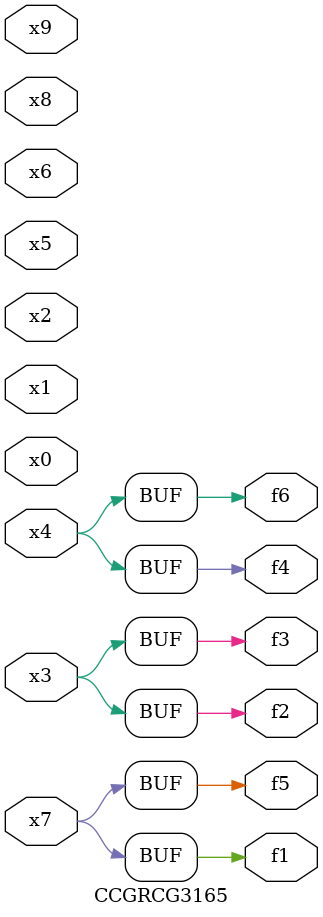
<source format=v>
module CCGRCG3165(
	input x0, x1, x2, x3, x4, x5, x6, x7, x8, x9,
	output f1, f2, f3, f4, f5, f6
);
	assign f1 = x7;
	assign f2 = x3;
	assign f3 = x3;
	assign f4 = x4;
	assign f5 = x7;
	assign f6 = x4;
endmodule

</source>
